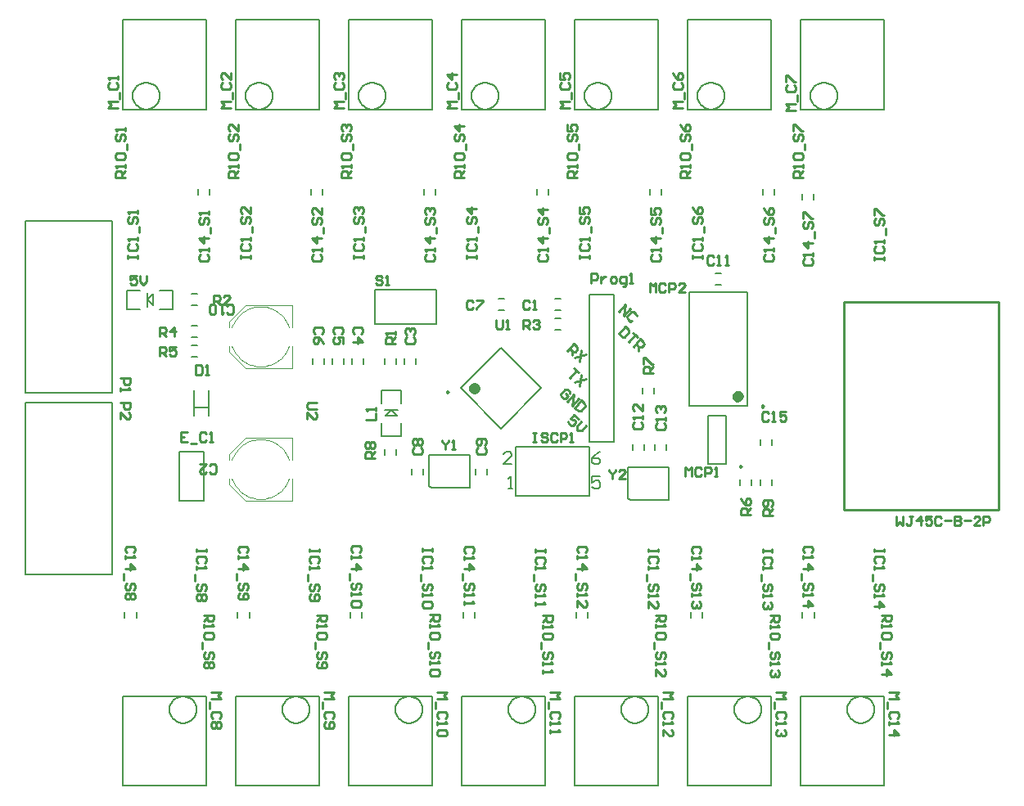
<source format=gto>
G04 Layer_Color=65535*
%FSLAX25Y25*%
%MOIN*%
G70*
G01*
G75*
%ADD26C,0.01000*%
%ADD43C,0.00787*%
%ADD44C,0.00394*%
%ADD45C,0.00400*%
%ADD46C,0.00984*%
%ADD47C,0.02362*%
%ADD48C,0.00800*%
%ADD49C,0.00600*%
D26*
X395496Y94378D02*
Y179024D01*
X332504D02*
X395496D01*
X332504Y94378D02*
Y179024D01*
Y94378D02*
X395496D01*
X41040Y196800D02*
Y198112D01*
Y197456D01*
X44976D01*
Y196800D01*
Y198112D01*
X41696Y202704D02*
X41040Y202048D01*
Y200736D01*
X41696Y200080D01*
X44320D01*
X44976Y200736D01*
Y202048D01*
X44320Y202704D01*
X44976Y204015D02*
Y205327D01*
Y204672D01*
X41040D01*
X41696Y204015D01*
X45632Y207295D02*
Y209919D01*
X41696Y213855D02*
X41040Y213199D01*
Y211887D01*
X41696Y211231D01*
X42352D01*
X43008Y211887D01*
Y213199D01*
X43664Y213855D01*
X44320D01*
X44976Y213199D01*
Y211887D01*
X44320Y211231D01*
X44976Y215167D02*
Y216479D01*
Y215823D01*
X41040D01*
X41696Y215167D01*
X87040Y196800D02*
Y198112D01*
Y197456D01*
X90976D01*
Y196800D01*
Y198112D01*
X87696Y202704D02*
X87040Y202048D01*
Y200736D01*
X87696Y200080D01*
X90320D01*
X90976Y200736D01*
Y202048D01*
X90320Y202704D01*
X90976Y204015D02*
Y205327D01*
Y204672D01*
X87040D01*
X87696Y204015D01*
X91632Y207295D02*
Y209919D01*
X87696Y213855D02*
X87040Y213199D01*
Y211887D01*
X87696Y211231D01*
X88352D01*
X89008Y211887D01*
Y213199D01*
X89664Y213855D01*
X90320D01*
X90976Y213199D01*
Y211887D01*
X90320Y211231D01*
X90976Y217791D02*
Y215167D01*
X88352Y217791D01*
X87696D01*
X87040Y217135D01*
Y215823D01*
X87696Y215167D01*
X133088Y196800D02*
Y198112D01*
Y197456D01*
X137024D01*
Y196800D01*
Y198112D01*
X133744Y202704D02*
X133088Y202048D01*
Y200736D01*
X133744Y200080D01*
X136368D01*
X137024Y200736D01*
Y202048D01*
X136368Y202704D01*
X137024Y204015D02*
Y205327D01*
Y204672D01*
X133088D01*
X133744Y204015D01*
X137680Y207295D02*
Y209919D01*
X133744Y213855D02*
X133088Y213199D01*
Y211887D01*
X133744Y211231D01*
X134400D01*
X135056Y211887D01*
Y213199D01*
X135712Y213855D01*
X136368D01*
X137024Y213199D01*
Y211887D01*
X136368Y211231D01*
X133744Y215167D02*
X133088Y215823D01*
Y217135D01*
X133744Y217791D01*
X134400D01*
X135056Y217135D01*
Y216479D01*
Y217135D01*
X135712Y217791D01*
X136368D01*
X137024Y217135D01*
Y215823D01*
X136368Y215167D01*
X179088Y196800D02*
Y198112D01*
Y197456D01*
X183024D01*
Y196800D01*
Y198112D01*
X179744Y202704D02*
X179088Y202048D01*
Y200736D01*
X179744Y200080D01*
X182368D01*
X183024Y200736D01*
Y202048D01*
X182368Y202704D01*
X183024Y204015D02*
Y205327D01*
Y204672D01*
X179088D01*
X179744Y204015D01*
X183680Y207295D02*
Y209919D01*
X179744Y213855D02*
X179088Y213199D01*
Y211887D01*
X179744Y211231D01*
X180400D01*
X181056Y211887D01*
Y213199D01*
X181712Y213855D01*
X182368D01*
X183024Y213199D01*
Y211887D01*
X182368Y211231D01*
X183024Y217135D02*
X179088D01*
X181056Y215167D01*
Y217791D01*
X225040Y196800D02*
Y198112D01*
Y197456D01*
X228976D01*
Y196800D01*
Y198112D01*
X225696Y202704D02*
X225040Y202048D01*
Y200736D01*
X225696Y200080D01*
X228320D01*
X228976Y200736D01*
Y202048D01*
X228320Y202704D01*
X228976Y204015D02*
Y205327D01*
Y204672D01*
X225040D01*
X225696Y204015D01*
X229632Y207295D02*
Y209919D01*
X225696Y213855D02*
X225040Y213199D01*
Y211887D01*
X225696Y211231D01*
X226352D01*
X227008Y211887D01*
Y213199D01*
X227664Y213855D01*
X228320D01*
X228976Y213199D01*
Y211887D01*
X228320Y211231D01*
X225040Y217791D02*
Y215167D01*
X227008D01*
X226352Y216479D01*
Y217135D01*
X227008Y217791D01*
X228320D01*
X228976Y217135D01*
Y215823D01*
X228320Y215167D01*
X271088Y196800D02*
Y198112D01*
Y197456D01*
X275024D01*
Y196800D01*
Y198112D01*
X271744Y202704D02*
X271088Y202048D01*
Y200736D01*
X271744Y200080D01*
X274368D01*
X275024Y200736D01*
Y202048D01*
X274368Y202704D01*
X275024Y204015D02*
Y205327D01*
Y204672D01*
X271088D01*
X271744Y204015D01*
X275680Y207295D02*
Y209919D01*
X271744Y213855D02*
X271088Y213199D01*
Y211887D01*
X271744Y211231D01*
X272400D01*
X273056Y211887D01*
Y213199D01*
X273712Y213855D01*
X274368D01*
X275024Y213199D01*
Y211887D01*
X274368Y211231D01*
X271088Y217791D02*
X271744Y216479D01*
X273056Y215167D01*
X274368D01*
X275024Y215823D01*
Y217135D01*
X274368Y217791D01*
X273712D01*
X273056Y217135D01*
Y215167D01*
X345064Y196000D02*
Y197312D01*
Y196656D01*
X349000D01*
Y196000D01*
Y197312D01*
X345720Y201904D02*
X345064Y201248D01*
Y199936D01*
X345720Y199280D01*
X348344D01*
X349000Y199936D01*
Y201248D01*
X348344Y201904D01*
X349000Y203216D02*
Y204527D01*
Y203871D01*
X345064D01*
X345720Y203216D01*
X349656Y206495D02*
Y209119D01*
X345720Y213055D02*
X345064Y212399D01*
Y211087D01*
X345720Y210431D01*
X346376D01*
X347032Y211087D01*
Y212399D01*
X347688Y213055D01*
X348344D01*
X349000Y212399D01*
Y211087D01*
X348344Y210431D01*
X345064Y214367D02*
Y216991D01*
X345720D01*
X348344Y214367D01*
X349000D01*
X73036Y78600D02*
Y77288D01*
Y77944D01*
X69100D01*
Y78600D01*
Y77288D01*
X72380Y72696D02*
X73036Y73352D01*
Y74664D01*
X72380Y75320D01*
X69756D01*
X69100Y74664D01*
Y73352D01*
X69756Y72696D01*
X69100Y71385D02*
Y70073D01*
Y70728D01*
X73036D01*
X72380Y71385D01*
X68444Y68105D02*
Y65481D01*
X72380Y61545D02*
X73036Y62201D01*
Y63513D01*
X72380Y64169D01*
X71724D01*
X71068Y63513D01*
Y62201D01*
X70412Y61545D01*
X69756D01*
X69100Y62201D01*
Y63513D01*
X69756Y64169D01*
X72380Y60233D02*
X73036Y59577D01*
Y58265D01*
X72380Y57609D01*
X71724D01*
X71068Y58265D01*
X70412Y57609D01*
X69756D01*
X69100Y58265D01*
Y59577D01*
X69756Y60233D01*
X70412D01*
X71068Y59577D01*
X71724Y60233D01*
X72380D01*
X71068Y59577D02*
Y58265D01*
X119036Y78600D02*
Y77288D01*
Y77944D01*
X115100D01*
Y78600D01*
Y77288D01*
X118380Y72696D02*
X119036Y73352D01*
Y74664D01*
X118380Y75320D01*
X115756D01*
X115100Y74664D01*
Y73352D01*
X115756Y72696D01*
X115100Y71385D02*
Y70073D01*
Y70728D01*
X119036D01*
X118380Y71385D01*
X114444Y68105D02*
Y65481D01*
X118380Y61545D02*
X119036Y62201D01*
Y63513D01*
X118380Y64169D01*
X117724D01*
X117068Y63513D01*
Y62201D01*
X116412Y61545D01*
X115756D01*
X115100Y62201D01*
Y63513D01*
X115756Y64169D01*
Y60233D02*
X115100Y59577D01*
Y58265D01*
X115756Y57609D01*
X118380D01*
X119036Y58265D01*
Y59577D01*
X118380Y60233D01*
X117724D01*
X117068Y59577D01*
Y57609D01*
X164936Y78700D02*
Y77388D01*
Y78044D01*
X161000D01*
Y78700D01*
Y77388D01*
X164280Y72796D02*
X164936Y73452D01*
Y74764D01*
X164280Y75420D01*
X161656D01*
X161000Y74764D01*
Y73452D01*
X161656Y72796D01*
X161000Y71485D02*
Y70173D01*
Y70828D01*
X164936D01*
X164280Y71485D01*
X160344Y68205D02*
Y65581D01*
X164280Y61645D02*
X164936Y62301D01*
Y63613D01*
X164280Y64269D01*
X163624D01*
X162968Y63613D01*
Y62301D01*
X162312Y61645D01*
X161656D01*
X161000Y62301D01*
Y63613D01*
X161656Y64269D01*
X161000Y60333D02*
Y59021D01*
Y59677D01*
X164936D01*
X164280Y60333D01*
Y57053D02*
X164936Y56397D01*
Y55086D01*
X164280Y54430D01*
X161656D01*
X161000Y55086D01*
Y56397D01*
X161656Y57053D01*
X164280D01*
X210836Y78500D02*
Y77188D01*
Y77844D01*
X206900D01*
Y78500D01*
Y77188D01*
X210180Y72596D02*
X210836Y73252D01*
Y74564D01*
X210180Y75220D01*
X207556D01*
X206900Y74564D01*
Y73252D01*
X207556Y72596D01*
X206900Y71285D02*
Y69973D01*
Y70628D01*
X210836D01*
X210180Y71285D01*
X206244Y68005D02*
Y65381D01*
X210180Y61445D02*
X210836Y62101D01*
Y63413D01*
X210180Y64069D01*
X209524D01*
X208868Y63413D01*
Y62101D01*
X208212Y61445D01*
X207556D01*
X206900Y62101D01*
Y63413D01*
X207556Y64069D01*
X206900Y60133D02*
Y58821D01*
Y59477D01*
X210836D01*
X210180Y60133D01*
X206900Y56853D02*
Y55541D01*
Y56198D01*
X210836D01*
X210180Y56853D01*
X256936Y78600D02*
Y77288D01*
Y77944D01*
X253000D01*
Y78600D01*
Y77288D01*
X256280Y72696D02*
X256936Y73352D01*
Y74664D01*
X256280Y75320D01*
X253656D01*
X253000Y74664D01*
Y73352D01*
X253656Y72696D01*
X253000Y71385D02*
Y70073D01*
Y70728D01*
X256936D01*
X256280Y71385D01*
X252344Y68105D02*
Y65481D01*
X256280Y61545D02*
X256936Y62201D01*
Y63513D01*
X256280Y64169D01*
X255624D01*
X254968Y63513D01*
Y62201D01*
X254312Y61545D01*
X253656D01*
X253000Y62201D01*
Y63513D01*
X253656Y64169D01*
X253000Y60233D02*
Y58921D01*
Y59577D01*
X256936D01*
X256280Y60233D01*
X253000Y54330D02*
Y56953D01*
X255624Y54330D01*
X256280D01*
X256936Y54986D01*
Y56297D01*
X256280Y56953D01*
X303436Y78500D02*
Y77188D01*
Y77844D01*
X299500D01*
Y78500D01*
Y77188D01*
X302780Y72596D02*
X303436Y73252D01*
Y74564D01*
X302780Y75220D01*
X300156D01*
X299500Y74564D01*
Y73252D01*
X300156Y72596D01*
X299500Y71285D02*
Y69973D01*
Y70628D01*
X303436D01*
X302780Y71285D01*
X298844Y68005D02*
Y65381D01*
X302780Y61445D02*
X303436Y62101D01*
Y63413D01*
X302780Y64069D01*
X302124D01*
X301468Y63413D01*
Y62101D01*
X300812Y61445D01*
X300156D01*
X299500Y62101D01*
Y63413D01*
X300156Y64069D01*
X299500Y60133D02*
Y58821D01*
Y59477D01*
X303436D01*
X302780Y60133D01*
Y56853D02*
X303436Y56198D01*
Y54886D01*
X302780Y54230D01*
X302124D01*
X301468Y54886D01*
Y55541D01*
Y54886D01*
X300812Y54230D01*
X300156D01*
X299500Y54886D01*
Y56198D01*
X300156Y56853D01*
X349036Y78600D02*
Y77288D01*
Y77944D01*
X345100D01*
Y78600D01*
Y77288D01*
X348380Y72696D02*
X349036Y73352D01*
Y74664D01*
X348380Y75320D01*
X345756D01*
X345100Y74664D01*
Y73352D01*
X345756Y72696D01*
X345100Y71385D02*
Y70073D01*
Y70728D01*
X349036D01*
X348380Y71385D01*
X344444Y68105D02*
Y65481D01*
X348380Y61545D02*
X349036Y62201D01*
Y63513D01*
X348380Y64169D01*
X347724D01*
X347068Y63513D01*
Y62201D01*
X346412Y61545D01*
X345756D01*
X345100Y62201D01*
Y63513D01*
X345756Y64169D01*
X345100Y60233D02*
Y58921D01*
Y59577D01*
X349036D01*
X348380Y60233D01*
X345100Y54986D02*
X349036D01*
X347068Y56953D01*
Y54330D01*
X117936Y138000D02*
X114656D01*
X114000Y137344D01*
Y136032D01*
X114656Y135376D01*
X117936D01*
X114000Y131440D02*
Y134064D01*
X116624Y131440D01*
X117280D01*
X117936Y132096D01*
Y133408D01*
X117280Y134064D01*
X44624Y189936D02*
X42000D01*
Y187968D01*
X43312Y188624D01*
X43968D01*
X44624Y187968D01*
Y186656D01*
X43968Y186000D01*
X42656D01*
X42000Y186656D01*
X45936Y189936D02*
Y187312D01*
X47248Y186000D01*
X48560Y187312D01*
Y189936D01*
X204624Y179280D02*
X203968Y179936D01*
X202656D01*
X202000Y179280D01*
Y176656D01*
X202656Y176000D01*
X203968D01*
X204624Y176656D01*
X205936Y176000D02*
X207248D01*
X206592D01*
Y179936D01*
X205936Y179280D01*
X74376Y109720D02*
X75032Y109064D01*
X76344D01*
X77000Y109720D01*
Y112344D01*
X76344Y113000D01*
X75032D01*
X74376Y112344D01*
X70440Y113000D02*
X73064D01*
X70440Y110376D01*
Y109720D01*
X71096Y109064D01*
X72408D01*
X73064Y109720D01*
X154720Y164624D02*
X154064Y163968D01*
Y162656D01*
X154720Y162000D01*
X157344D01*
X158000Y162656D01*
Y163968D01*
X157344Y164624D01*
X154720Y165936D02*
X154064Y166592D01*
Y167904D01*
X154720Y168560D01*
X155376D01*
X156032Y167904D01*
Y167248D01*
Y167904D01*
X156688Y168560D01*
X157344D01*
X158000Y167904D01*
Y166592D01*
X157344Y165936D01*
X135918Y166195D02*
X136574Y166851D01*
Y168163D01*
X135918Y168819D01*
X133294D01*
X132638Y168163D01*
Y166851D01*
X133294Y166195D01*
X132638Y162915D02*
X136574D01*
X134606Y164883D01*
Y162259D01*
X127918Y166195D02*
X128574Y166851D01*
Y168163D01*
X127918Y168819D01*
X125294D01*
X124638Y168163D01*
Y166851D01*
X125294Y166195D01*
X128574Y162259D02*
Y164883D01*
X126606D01*
X127262Y163571D01*
Y162915D01*
X126606Y162259D01*
X125294D01*
X124638Y162915D01*
Y164227D01*
X125294Y164883D01*
X119918Y166195D02*
X120574Y166851D01*
Y168163D01*
X119918Y168819D01*
X117294D01*
X116638Y168163D01*
Y166851D01*
X117294Y166195D01*
X120574Y162259D02*
X119918Y163571D01*
X118606Y164883D01*
X117294D01*
X116638Y164227D01*
Y162915D01*
X117294Y162259D01*
X117950D01*
X118606Y162915D01*
Y164883D01*
X181624Y179280D02*
X180968Y179936D01*
X179656D01*
X179000Y179280D01*
Y176656D01*
X179656Y176000D01*
X180968D01*
X181624Y176656D01*
X182936Y179936D02*
X185560D01*
Y179280D01*
X182936Y176656D01*
Y176000D01*
X157720Y119624D02*
X157064Y118968D01*
Y117656D01*
X157720Y117000D01*
X160344D01*
X161000Y117656D01*
Y118968D01*
X160344Y119624D01*
X157720Y120936D02*
X157064Y121592D01*
Y122904D01*
X157720Y123560D01*
X158376D01*
X159032Y122904D01*
X159688Y123560D01*
X160344D01*
X161000Y122904D01*
Y121592D01*
X160344Y120936D01*
X159688D01*
X159032Y121592D01*
X158376Y120936D01*
X157720D01*
X159032Y121592D02*
Y122904D01*
X183720Y119624D02*
X183064Y118968D01*
Y117656D01*
X183720Y117000D01*
X186344D01*
X187000Y117656D01*
Y118968D01*
X186344Y119624D01*
Y120936D02*
X187000Y121592D01*
Y122904D01*
X186344Y123560D01*
X183720D01*
X183064Y122904D01*
Y121592D01*
X183720Y120936D01*
X184376D01*
X185032Y121592D01*
Y123560D01*
X81376Y174720D02*
X82032Y174064D01*
X83344D01*
X84000Y174720D01*
Y177344D01*
X83344Y178000D01*
X82032D01*
X81376Y177344D01*
X80064Y178000D02*
X78752D01*
X79408D01*
Y174064D01*
X80064Y174720D01*
X76784D02*
X76129Y174064D01*
X74817D01*
X74161Y174720D01*
Y177344D01*
X74817Y178000D01*
X76129D01*
X76784Y177344D01*
Y174720D01*
X279587Y197557D02*
X278931Y198213D01*
X277619D01*
X276963Y197557D01*
Y194933D01*
X277619Y194277D01*
X278931D01*
X279587Y194933D01*
X280899Y194277D02*
X282211D01*
X281555D01*
Y198213D01*
X280899Y197557D01*
X284178Y194277D02*
X285490D01*
X284835D01*
Y198213D01*
X284178Y197557D01*
X247220Y130124D02*
X246564Y129468D01*
Y128156D01*
X247220Y127500D01*
X249844D01*
X250500Y128156D01*
Y129468D01*
X249844Y130124D01*
X250500Y131436D02*
Y132748D01*
Y132092D01*
X246564D01*
X247220Y131436D01*
X250500Y137339D02*
Y134715D01*
X247876Y137339D01*
X247220D01*
X246564Y136683D01*
Y135371D01*
X247220Y134715D01*
X256720Y129624D02*
X256064Y128968D01*
Y127656D01*
X256720Y127000D01*
X259344D01*
X260000Y127656D01*
Y128968D01*
X259344Y129624D01*
X260000Y130936D02*
Y132248D01*
Y131592D01*
X256064D01*
X256720Y130936D01*
Y134215D02*
X256064Y134871D01*
Y136183D01*
X256720Y136839D01*
X257376D01*
X258032Y136183D01*
Y135527D01*
Y136183D01*
X258688Y136839D01*
X259344D01*
X260000Y136183D01*
Y134871D01*
X259344Y134215D01*
X70696Y198424D02*
X70040Y197768D01*
Y196456D01*
X70696Y195800D01*
X73320D01*
X73976Y196456D01*
Y197768D01*
X73320Y198424D01*
X73976Y199736D02*
Y201048D01*
Y200392D01*
X70040D01*
X70696Y199736D01*
X73976Y204983D02*
X70040D01*
X72008Y203015D01*
Y205639D01*
X74632Y206951D02*
Y209575D01*
X70696Y213511D02*
X70040Y212855D01*
Y211543D01*
X70696Y210887D01*
X71352D01*
X72008Y211543D01*
Y212855D01*
X72664Y213511D01*
X73320D01*
X73976Y212855D01*
Y211543D01*
X73320Y210887D01*
X73976Y214823D02*
Y216135D01*
Y215479D01*
X70040D01*
X70696Y214823D01*
X116696Y198424D02*
X116040Y197768D01*
Y196456D01*
X116696Y195800D01*
X119320D01*
X119976Y196456D01*
Y197768D01*
X119320Y198424D01*
X119976Y199736D02*
Y201048D01*
Y200392D01*
X116040D01*
X116696Y199736D01*
X119976Y204983D02*
X116040D01*
X118008Y203015D01*
Y205639D01*
X120632Y206951D02*
Y209575D01*
X116696Y213511D02*
X116040Y212855D01*
Y211543D01*
X116696Y210887D01*
X117352D01*
X118008Y211543D01*
Y212855D01*
X118664Y213511D01*
X119320D01*
X119976Y212855D01*
Y211543D01*
X119320Y210887D01*
X119976Y217447D02*
Y214823D01*
X117352Y217447D01*
X116696D01*
X116040Y216791D01*
Y215479D01*
X116696Y214823D01*
X162744Y198424D02*
X162088Y197768D01*
Y196456D01*
X162744Y195800D01*
X165368D01*
X166024Y196456D01*
Y197768D01*
X165368Y198424D01*
X166024Y199736D02*
Y201048D01*
Y200392D01*
X162088D01*
X162744Y199736D01*
X166024Y204983D02*
X162088D01*
X164056Y203015D01*
Y205639D01*
X166680Y206951D02*
Y209575D01*
X162744Y213511D02*
X162088Y212855D01*
Y211543D01*
X162744Y210887D01*
X163400D01*
X164056Y211543D01*
Y212855D01*
X164712Y213511D01*
X165368D01*
X166024Y212855D01*
Y211543D01*
X165368Y210887D01*
X162744Y214823D02*
X162088Y215479D01*
Y216791D01*
X162744Y217447D01*
X163400D01*
X164056Y216791D01*
Y216135D01*
Y216791D01*
X164712Y217447D01*
X165368D01*
X166024Y216791D01*
Y215479D01*
X165368Y214823D01*
X208744Y198424D02*
X208088Y197768D01*
Y196456D01*
X208744Y195800D01*
X211368D01*
X212024Y196456D01*
Y197768D01*
X211368Y198424D01*
X212024Y199736D02*
Y201048D01*
Y200392D01*
X208088D01*
X208744Y199736D01*
X212024Y204983D02*
X208088D01*
X210056Y203015D01*
Y205639D01*
X212680Y206951D02*
Y209575D01*
X208744Y213511D02*
X208088Y212855D01*
Y211543D01*
X208744Y210887D01*
X209400D01*
X210056Y211543D01*
Y212855D01*
X210712Y213511D01*
X211368D01*
X212024Y212855D01*
Y211543D01*
X211368Y210887D01*
X212024Y216791D02*
X208088D01*
X210056Y214823D01*
Y217447D01*
X254696Y198424D02*
X254040Y197768D01*
Y196456D01*
X254696Y195800D01*
X257320D01*
X257976Y196456D01*
Y197768D01*
X257320Y198424D01*
X257976Y199736D02*
Y201048D01*
Y200392D01*
X254040D01*
X254696Y199736D01*
X257976Y204983D02*
X254040D01*
X256008Y203015D01*
Y205639D01*
X258632Y206951D02*
Y209575D01*
X254696Y213511D02*
X254040Y212855D01*
Y211543D01*
X254696Y210887D01*
X255352D01*
X256008Y211543D01*
Y212855D01*
X256664Y213511D01*
X257320D01*
X257976Y212855D01*
Y211543D01*
X257320Y210887D01*
X254040Y217447D02*
Y214823D01*
X256008D01*
X255352Y216135D01*
Y216791D01*
X256008Y217447D01*
X257320D01*
X257976Y216791D01*
Y215479D01*
X257320Y214823D01*
X300744Y198424D02*
X300088Y197768D01*
Y196456D01*
X300744Y195800D01*
X303368D01*
X304024Y196456D01*
Y197768D01*
X303368Y198424D01*
X304024Y199736D02*
Y201048D01*
Y200392D01*
X300088D01*
X300744Y199736D01*
X304024Y204983D02*
X300088D01*
X302056Y203015D01*
Y205639D01*
X304680Y206951D02*
Y209575D01*
X300744Y213511D02*
X300088Y212855D01*
Y211543D01*
X300744Y210887D01*
X301400D01*
X302056Y211543D01*
Y212855D01*
X302712Y213511D01*
X303368D01*
X304024Y212855D01*
Y211543D01*
X303368Y210887D01*
X300088Y217447D02*
X300744Y216135D01*
X302056Y214823D01*
X303368D01*
X304024Y215479D01*
Y216791D01*
X303368Y217447D01*
X302712D01*
X302056Y216791D01*
Y214823D01*
X316720Y196624D02*
X316064Y195968D01*
Y194656D01*
X316720Y194000D01*
X319344D01*
X320000Y194656D01*
Y195968D01*
X319344Y196624D01*
X320000Y197936D02*
Y199248D01*
Y198592D01*
X316064D01*
X316720Y197936D01*
X320000Y203183D02*
X316064D01*
X318032Y201216D01*
Y203839D01*
X320656Y205151D02*
Y207775D01*
X316720Y211711D02*
X316064Y211055D01*
Y209743D01*
X316720Y209087D01*
X317376D01*
X318032Y209743D01*
Y211055D01*
X318688Y211711D01*
X319344D01*
X320000Y211055D01*
Y209743D01*
X319344Y209087D01*
X316064Y213023D02*
Y215647D01*
X316720D01*
X319344Y213023D01*
X320000D01*
X43380Y76976D02*
X44036Y77632D01*
Y78944D01*
X43380Y79600D01*
X40756D01*
X40100Y78944D01*
Y77632D01*
X40756Y76976D01*
X40100Y75664D02*
Y74352D01*
Y75008D01*
X44036D01*
X43380Y75664D01*
X40100Y70417D02*
X44036D01*
X42068Y72385D01*
Y69761D01*
X39444Y68449D02*
Y65825D01*
X43380Y61889D02*
X44036Y62545D01*
Y63857D01*
X43380Y64513D01*
X42724D01*
X42068Y63857D01*
Y62545D01*
X41412Y61889D01*
X40756D01*
X40100Y62545D01*
Y63857D01*
X40756Y64513D01*
X43380Y60577D02*
X44036Y59921D01*
Y58609D01*
X43380Y57953D01*
X42724D01*
X42068Y58609D01*
X41412Y57953D01*
X40756D01*
X40100Y58609D01*
Y59921D01*
X40756Y60577D01*
X41412D01*
X42068Y59921D01*
X42724Y60577D01*
X43380D01*
X42068Y59921D02*
Y58609D01*
X89380Y76976D02*
X90036Y77632D01*
Y78944D01*
X89380Y79600D01*
X86756D01*
X86100Y78944D01*
Y77632D01*
X86756Y76976D01*
X86100Y75664D02*
Y74352D01*
Y75008D01*
X90036D01*
X89380Y75664D01*
X86100Y70417D02*
X90036D01*
X88068Y72385D01*
Y69761D01*
X85444Y68449D02*
Y65825D01*
X89380Y61889D02*
X90036Y62545D01*
Y63857D01*
X89380Y64513D01*
X88724D01*
X88068Y63857D01*
Y62545D01*
X87412Y61889D01*
X86756D01*
X86100Y62545D01*
Y63857D01*
X86756Y64513D01*
Y60577D02*
X86100Y59921D01*
Y58609D01*
X86756Y57953D01*
X89380D01*
X90036Y58609D01*
Y59921D01*
X89380Y60577D01*
X88724D01*
X88068Y59921D01*
Y57953D01*
X135280Y77076D02*
X135936Y77732D01*
Y79044D01*
X135280Y79700D01*
X132656D01*
X132000Y79044D01*
Y77732D01*
X132656Y77076D01*
X132000Y75764D02*
Y74452D01*
Y75108D01*
X135936D01*
X135280Y75764D01*
X132000Y70517D02*
X135936D01*
X133968Y72484D01*
Y69861D01*
X131344Y68549D02*
Y65925D01*
X135280Y61989D02*
X135936Y62645D01*
Y63957D01*
X135280Y64613D01*
X134624D01*
X133968Y63957D01*
Y62645D01*
X133312Y61989D01*
X132656D01*
X132000Y62645D01*
Y63957D01*
X132656Y64613D01*
X132000Y60677D02*
Y59365D01*
Y60021D01*
X135936D01*
X135280Y60677D01*
Y57398D02*
X135936Y56741D01*
Y55430D01*
X135280Y54774D01*
X132656D01*
X132000Y55430D01*
Y56741D01*
X132656Y57398D01*
X135280D01*
X181180Y76876D02*
X181836Y77532D01*
Y78844D01*
X181180Y79500D01*
X178556D01*
X177900Y78844D01*
Y77532D01*
X178556Y76876D01*
X177900Y75564D02*
Y74252D01*
Y74908D01*
X181836D01*
X181180Y75564D01*
X177900Y70317D02*
X181836D01*
X179868Y72285D01*
Y69661D01*
X177244Y68349D02*
Y65725D01*
X181180Y61789D02*
X181836Y62445D01*
Y63757D01*
X181180Y64413D01*
X180524D01*
X179868Y63757D01*
Y62445D01*
X179212Y61789D01*
X178556D01*
X177900Y62445D01*
Y63757D01*
X178556Y64413D01*
X177900Y60477D02*
Y59165D01*
Y59821D01*
X181836D01*
X181180Y60477D01*
X177900Y57197D02*
Y55886D01*
Y56542D01*
X181836D01*
X181180Y57197D01*
X227280Y76976D02*
X227936Y77632D01*
Y78944D01*
X227280Y79600D01*
X224656D01*
X224000Y78944D01*
Y77632D01*
X224656Y76976D01*
X224000Y75664D02*
Y74352D01*
Y75008D01*
X227936D01*
X227280Y75664D01*
X224000Y70417D02*
X227936D01*
X225968Y72385D01*
Y69761D01*
X223344Y68449D02*
Y65825D01*
X227280Y61889D02*
X227936Y62545D01*
Y63857D01*
X227280Y64513D01*
X226624D01*
X225968Y63857D01*
Y62545D01*
X225312Y61889D01*
X224656D01*
X224000Y62545D01*
Y63857D01*
X224656Y64513D01*
X224000Y60577D02*
Y59265D01*
Y59921D01*
X227936D01*
X227280Y60577D01*
X224000Y54674D02*
Y57297D01*
X226624Y54674D01*
X227280D01*
X227936Y55330D01*
Y56642D01*
X227280Y57297D01*
X273780Y76876D02*
X274436Y77532D01*
Y78844D01*
X273780Y79500D01*
X271156D01*
X270500Y78844D01*
Y77532D01*
X271156Y76876D01*
X270500Y75564D02*
Y74252D01*
Y74908D01*
X274436D01*
X273780Y75564D01*
X270500Y70317D02*
X274436D01*
X272468Y72285D01*
Y69661D01*
X269844Y68349D02*
Y65725D01*
X273780Y61789D02*
X274436Y62445D01*
Y63757D01*
X273780Y64413D01*
X273124D01*
X272468Y63757D01*
Y62445D01*
X271812Y61789D01*
X271156D01*
X270500Y62445D01*
Y63757D01*
X271156Y64413D01*
X270500Y60477D02*
Y59165D01*
Y59821D01*
X274436D01*
X273780Y60477D01*
Y57197D02*
X274436Y56542D01*
Y55230D01*
X273780Y54574D01*
X273124D01*
X272468Y55230D01*
Y55886D01*
Y55230D01*
X271812Y54574D01*
X271156D01*
X270500Y55230D01*
Y56542D01*
X271156Y57197D01*
X319380Y76976D02*
X320036Y77632D01*
Y78944D01*
X319380Y79600D01*
X316756D01*
X316100Y78944D01*
Y77632D01*
X316756Y76976D01*
X316100Y75664D02*
Y74352D01*
Y75008D01*
X320036D01*
X319380Y75664D01*
X316100Y70417D02*
X320036D01*
X318068Y72385D01*
Y69761D01*
X315444Y68449D02*
Y65825D01*
X319380Y61889D02*
X320036Y62545D01*
Y63857D01*
X319380Y64513D01*
X318724D01*
X318068Y63857D01*
Y62545D01*
X317412Y61889D01*
X316756D01*
X316100Y62545D01*
Y63857D01*
X316756Y64513D01*
X316100Y60577D02*
Y59265D01*
Y59921D01*
X320036D01*
X319380Y60577D01*
X316100Y55330D02*
X320036D01*
X318068Y57297D01*
Y54674D01*
X206000Y125936D02*
X207312D01*
X206656D01*
Y122000D01*
X206000D01*
X207312D01*
X211904Y125280D02*
X211248Y125936D01*
X209936D01*
X209280Y125280D01*
Y124624D01*
X209936Y123968D01*
X211248D01*
X211904Y123312D01*
Y122656D01*
X211248Y122000D01*
X209936D01*
X209280Y122656D01*
X215839Y125280D02*
X215183Y125936D01*
X213872D01*
X213215Y125280D01*
Y122656D01*
X213872Y122000D01*
X215183D01*
X215839Y122656D01*
X217151Y122000D02*
Y125936D01*
X219119D01*
X219775Y125280D01*
Y123968D01*
X219119Y123312D01*
X217151D01*
X221087Y122000D02*
X222399D01*
X221743D01*
Y125936D01*
X221087Y125280D01*
X138064Y131000D02*
X142000D01*
Y133624D01*
Y134936D02*
Y136248D01*
Y135592D01*
X138064D01*
X138720Y134936D01*
X37000Y258000D02*
X33064D01*
X34376Y259312D01*
X33064Y260624D01*
X37000D01*
X37656Y261936D02*
Y264560D01*
X33720Y268495D02*
X33064Y267839D01*
Y266527D01*
X33720Y265872D01*
X36344D01*
X37000Y266527D01*
Y267839D01*
X36344Y268495D01*
X37000Y269807D02*
Y271119D01*
Y270463D01*
X33064D01*
X33720Y269807D01*
X83000Y258000D02*
X79064D01*
X80376Y259312D01*
X79064Y260624D01*
X83000D01*
X83656Y261936D02*
Y264560D01*
X79720Y268495D02*
X79064Y267839D01*
Y266527D01*
X79720Y265872D01*
X82344D01*
X83000Y266527D01*
Y267839D01*
X82344Y268495D01*
X83000Y272431D02*
Y269807D01*
X80376Y272431D01*
X79720D01*
X79064Y271775D01*
Y270463D01*
X79720Y269807D01*
X129000Y258000D02*
X125064D01*
X126376Y259312D01*
X125064Y260624D01*
X129000D01*
X129656Y261936D02*
Y264560D01*
X125720Y268495D02*
X125064Y267839D01*
Y266527D01*
X125720Y265872D01*
X128344D01*
X129000Y266527D01*
Y267839D01*
X128344Y268495D01*
X125720Y269807D02*
X125064Y270463D01*
Y271775D01*
X125720Y272431D01*
X126376D01*
X127032Y271775D01*
Y271119D01*
Y271775D01*
X127688Y272431D01*
X128344D01*
X129000Y271775D01*
Y270463D01*
X128344Y269807D01*
X175000Y258000D02*
X171064D01*
X172376Y259312D01*
X171064Y260624D01*
X175000D01*
X175656Y261936D02*
Y264560D01*
X171720Y268495D02*
X171064Y267839D01*
Y266527D01*
X171720Y265872D01*
X174344D01*
X175000Y266527D01*
Y267839D01*
X174344Y268495D01*
X175000Y271775D02*
X171064D01*
X173032Y269807D01*
Y272431D01*
X221000Y258000D02*
X217064D01*
X218376Y259312D01*
X217064Y260624D01*
X221000D01*
X221656Y261936D02*
Y264560D01*
X217720Y268495D02*
X217064Y267839D01*
Y266527D01*
X217720Y265872D01*
X220344D01*
X221000Y266527D01*
Y267839D01*
X220344Y268495D01*
X217064Y272431D02*
Y269807D01*
X219032D01*
X218376Y271119D01*
Y271775D01*
X219032Y272431D01*
X220344D01*
X221000Y271775D01*
Y270463D01*
X220344Y269807D01*
X267000Y258000D02*
X263064D01*
X264376Y259312D01*
X263064Y260624D01*
X267000D01*
X267656Y261936D02*
Y264560D01*
X263720Y268495D02*
X263064Y267839D01*
Y266527D01*
X263720Y265872D01*
X266344D01*
X267000Y266527D01*
Y267839D01*
X266344Y268495D01*
X263064Y272431D02*
X263720Y271119D01*
X265032Y269807D01*
X266344D01*
X267000Y270463D01*
Y271775D01*
X266344Y272431D01*
X265688D01*
X265032Y271775D01*
Y269807D01*
X313000Y257000D02*
X309064D01*
X310376Y258312D01*
X309064Y259624D01*
X313000D01*
X313656Y260936D02*
Y263560D01*
X309720Y267495D02*
X309064Y266839D01*
Y265527D01*
X309720Y264872D01*
X312344D01*
X313000Y265527D01*
Y266839D01*
X312344Y267495D01*
X309064Y268807D02*
Y271431D01*
X309720D01*
X312344Y268807D01*
X313000D01*
X75000Y20000D02*
X78936D01*
X77624Y18688D01*
X78936Y17376D01*
X75000D01*
X74344Y16064D02*
Y13440D01*
X78280Y9505D02*
X78936Y10161D01*
Y11473D01*
X78280Y12128D01*
X75656D01*
X75000Y11473D01*
Y10161D01*
X75656Y9505D01*
X78280Y8193D02*
X78936Y7537D01*
Y6225D01*
X78280Y5569D01*
X77624D01*
X76968Y6225D01*
X76312Y5569D01*
X75656D01*
X75000Y6225D01*
Y7537D01*
X75656Y8193D01*
X76312D01*
X76968Y7537D01*
X77624Y8193D01*
X78280D01*
X76968Y7537D02*
Y6225D01*
X121000Y20000D02*
X124936D01*
X123624Y18688D01*
X124936Y17376D01*
X121000D01*
X120344Y16064D02*
Y13440D01*
X124280Y9505D02*
X124936Y10161D01*
Y11473D01*
X124280Y12128D01*
X121656D01*
X121000Y11473D01*
Y10161D01*
X121656Y9505D01*
Y8193D02*
X121000Y7537D01*
Y6225D01*
X121656Y5569D01*
X124280D01*
X124936Y6225D01*
Y7537D01*
X124280Y8193D01*
X123624D01*
X122968Y7537D01*
Y5569D01*
X167000Y20000D02*
X170936D01*
X169624Y18688D01*
X170936Y17376D01*
X167000D01*
X166344Y16064D02*
Y13440D01*
X170280Y9505D02*
X170936Y10161D01*
Y11473D01*
X170280Y12128D01*
X167656D01*
X167000Y11473D01*
Y10161D01*
X167656Y9505D01*
X167000Y8193D02*
Y6881D01*
Y7537D01*
X170936D01*
X170280Y8193D01*
Y4913D02*
X170936Y4257D01*
Y2945D01*
X170280Y2289D01*
X167656D01*
X167000Y2945D01*
Y4257D01*
X167656Y4913D01*
X170280D01*
X213000Y20000D02*
X216936D01*
X215624Y18688D01*
X216936Y17376D01*
X213000D01*
X212344Y16064D02*
Y13440D01*
X216280Y9505D02*
X216936Y10161D01*
Y11473D01*
X216280Y12128D01*
X213656D01*
X213000Y11473D01*
Y10161D01*
X213656Y9505D01*
X213000Y8193D02*
Y6881D01*
Y7537D01*
X216936D01*
X216280Y8193D01*
X213000Y4913D02*
Y3601D01*
Y4257D01*
X216936D01*
X216280Y4913D01*
X259000Y20000D02*
X262936D01*
X261624Y18688D01*
X262936Y17376D01*
X259000D01*
X258344Y16064D02*
Y13440D01*
X262280Y9505D02*
X262936Y10161D01*
Y11473D01*
X262280Y12128D01*
X259656D01*
X259000Y11473D01*
Y10161D01*
X259656Y9505D01*
X259000Y8193D02*
Y6881D01*
Y7537D01*
X262936D01*
X262280Y8193D01*
X259000Y2289D02*
Y4913D01*
X261624Y2289D01*
X262280D01*
X262936Y2945D01*
Y4257D01*
X262280Y4913D01*
X305000Y20000D02*
X308936D01*
X307624Y18688D01*
X308936Y17376D01*
X305000D01*
X304344Y16064D02*
Y13440D01*
X308280Y9505D02*
X308936Y10161D01*
Y11473D01*
X308280Y12128D01*
X305656D01*
X305000Y11473D01*
Y10161D01*
X305656Y9505D01*
X305000Y8193D02*
Y6881D01*
Y7537D01*
X308936D01*
X308280Y8193D01*
Y4913D02*
X308936Y4257D01*
Y2945D01*
X308280Y2289D01*
X307624D01*
X306968Y2945D01*
Y3601D01*
Y2945D01*
X306312Y2289D01*
X305656D01*
X305000Y2945D01*
Y4257D01*
X305656Y4913D01*
X351000Y20000D02*
X354936D01*
X353624Y18688D01*
X354936Y17376D01*
X351000D01*
X350344Y16064D02*
Y13440D01*
X354280Y9505D02*
X354936Y10161D01*
Y11473D01*
X354280Y12128D01*
X351656D01*
X351000Y11473D01*
Y10161D01*
X351656Y9505D01*
X351000Y8193D02*
Y6881D01*
Y7537D01*
X354936D01*
X354280Y8193D01*
X351000Y2945D02*
X354936D01*
X352968Y4913D01*
Y2289D01*
X268000Y108000D02*
Y111936D01*
X269312Y110624D01*
X270624Y111936D01*
Y108000D01*
X274560Y111280D02*
X273904Y111936D01*
X272592D01*
X271936Y111280D01*
Y108656D01*
X272592Y108000D01*
X273904D01*
X274560Y108656D01*
X275871Y108000D02*
Y111936D01*
X277839D01*
X278495Y111280D01*
Y109968D01*
X277839Y109312D01*
X275871D01*
X279807Y108000D02*
X281119D01*
X280463D01*
Y111936D01*
X279807Y111280D01*
X253500Y183000D02*
Y186936D01*
X254812Y185624D01*
X256124Y186936D01*
Y183000D01*
X260060Y186280D02*
X259404Y186936D01*
X258092D01*
X257436Y186280D01*
Y183656D01*
X258092Y183000D01*
X259404D01*
X260060Y183656D01*
X261371Y183000D02*
Y186936D01*
X263339D01*
X263995Y186280D01*
Y184968D01*
X263339Y184312D01*
X261371D01*
X267931Y183000D02*
X265307D01*
X267931Y185624D01*
Y186280D01*
X267275Y186936D01*
X265963D01*
X265307Y186280D01*
X38000Y148000D02*
X41936D01*
Y146032D01*
X41280Y145376D01*
X39968D01*
X39312Y146032D01*
Y148000D01*
X38000Y144064D02*
Y142752D01*
Y143408D01*
X41936D01*
X41280Y144064D01*
X38000Y138000D02*
X41936D01*
Y136032D01*
X41280Y135376D01*
X39968D01*
X39312Y136032D01*
Y138000D01*
X38000Y131440D02*
Y134064D01*
X40624Y131440D01*
X41280D01*
X41936Y132096D01*
Y133408D01*
X41280Y134064D01*
X229600Y186700D02*
Y190636D01*
X231568D01*
X232224Y189980D01*
Y188668D01*
X231568Y188012D01*
X229600D01*
X233536Y189324D02*
Y186700D01*
Y188012D01*
X234192Y188668D01*
X234848Y189324D01*
X235504D01*
X238127Y186700D02*
X239439D01*
X240095Y187356D01*
Y188668D01*
X239439Y189324D01*
X238127D01*
X237472Y188668D01*
Y187356D01*
X238127Y186700D01*
X242719Y185388D02*
X243375D01*
X244031Y186044D01*
Y189324D01*
X242063D01*
X241407Y188668D01*
Y187356D01*
X242063Y186700D01*
X244031D01*
X245343D02*
X246655D01*
X245999D01*
Y190636D01*
X245343Y189980D01*
X150000Y162000D02*
X146064D01*
Y163968D01*
X146720Y164624D01*
X148032D01*
X148688Y163968D01*
Y162000D01*
Y163312D02*
X150000Y164624D01*
Y165936D02*
Y167248D01*
Y166592D01*
X146064D01*
X146720Y165936D01*
X76000Y178000D02*
Y181936D01*
X77968D01*
X78624Y181280D01*
Y179968D01*
X77968Y179312D01*
X76000D01*
X77312D02*
X78624Y178000D01*
X82560D02*
X79936D01*
X82560Y180624D01*
Y181280D01*
X81904Y181936D01*
X80592D01*
X79936Y181280D01*
X202000Y168000D02*
Y171936D01*
X203968D01*
X204624Y171280D01*
Y169968D01*
X203968Y169312D01*
X202000D01*
X203312D02*
X204624Y168000D01*
X205936Y171280D02*
X206592Y171936D01*
X207904D01*
X208560Y171280D01*
Y170624D01*
X207904Y169968D01*
X207248D01*
X207904D01*
X208560Y169312D01*
Y168656D01*
X207904Y168000D01*
X206592D01*
X205936Y168656D01*
X54000Y165000D02*
Y168936D01*
X55968D01*
X56624Y168280D01*
Y166968D01*
X55968Y166312D01*
X54000D01*
X55312D02*
X56624Y165000D01*
X59904D02*
Y168936D01*
X57936Y166968D01*
X60560D01*
X54000Y157000D02*
Y160936D01*
X55968D01*
X56624Y160280D01*
Y158968D01*
X55968Y158312D01*
X54000D01*
X55312D02*
X56624Y157000D01*
X60560Y160936D02*
X57936D01*
Y158968D01*
X59248Y159624D01*
X59904D01*
X60560Y158968D01*
Y157656D01*
X59904Y157000D01*
X58592D01*
X57936Y157656D01*
X294500Y92500D02*
X290564D01*
Y94468D01*
X291220Y95124D01*
X292532D01*
X293188Y94468D01*
Y92500D01*
Y93812D02*
X294500Y95124D01*
X290564Y99060D02*
X291220Y97748D01*
X292532Y96436D01*
X293844D01*
X294500Y97092D01*
Y98404D01*
X293844Y99060D01*
X293188D01*
X292532Y98404D01*
Y96436D01*
X255000Y150000D02*
X251064D01*
Y151968D01*
X251720Y152624D01*
X253032D01*
X253688Y151968D01*
Y150000D01*
Y151312D02*
X255000Y152624D01*
X251064Y153936D02*
Y156560D01*
X251720D01*
X254344Y153936D01*
X255000D01*
X141656Y115581D02*
X137720D01*
Y117549D01*
X138376Y118205D01*
X139688D01*
X140344Y117549D01*
Y115581D01*
Y116893D02*
X141656Y118205D01*
X138376Y119517D02*
X137720Y120173D01*
Y121485D01*
X138376Y122141D01*
X139032D01*
X139688Y121485D01*
X140344Y122141D01*
X141000D01*
X141656Y121485D01*
Y120173D01*
X141000Y119517D01*
X140344D01*
X139688Y120173D01*
X139032Y119517D01*
X138376D01*
X139688Y120173D02*
Y121485D01*
X303500Y92000D02*
X299564D01*
Y93968D01*
X300220Y94624D01*
X301532D01*
X302188Y93968D01*
Y92000D01*
Y93312D02*
X303500Y94624D01*
X302844Y95936D02*
X303500Y96592D01*
Y97904D01*
X302844Y98560D01*
X300220D01*
X299564Y97904D01*
Y96592D01*
X300220Y95936D01*
X300876D01*
X301532Y96592D01*
Y98560D01*
X39976Y229800D02*
X36040D01*
Y231768D01*
X36696Y232424D01*
X38008D01*
X38664Y231768D01*
Y229800D01*
Y231112D02*
X39976Y232424D01*
Y233736D02*
Y235048D01*
Y234392D01*
X36040D01*
X36696Y233736D01*
Y237016D02*
X36040Y237671D01*
Y238983D01*
X36696Y239639D01*
X39320D01*
X39976Y238983D01*
Y237671D01*
X39320Y237016D01*
X36696D01*
X40632Y240951D02*
Y243575D01*
X36696Y247511D02*
X36040Y246855D01*
Y245543D01*
X36696Y244887D01*
X37352D01*
X38008Y245543D01*
Y246855D01*
X38664Y247511D01*
X39320D01*
X39976Y246855D01*
Y245543D01*
X39320Y244887D01*
X39976Y248823D02*
Y250135D01*
Y249479D01*
X36040D01*
X36696Y248823D01*
X85976Y229800D02*
X82040D01*
Y231768D01*
X82696Y232424D01*
X84008D01*
X84664Y231768D01*
Y229800D01*
Y231112D02*
X85976Y232424D01*
Y233736D02*
Y235048D01*
Y234392D01*
X82040D01*
X82696Y233736D01*
Y237016D02*
X82040Y237671D01*
Y238983D01*
X82696Y239639D01*
X85320D01*
X85976Y238983D01*
Y237671D01*
X85320Y237016D01*
X82696D01*
X86632Y240951D02*
Y243575D01*
X82696Y247511D02*
X82040Y246855D01*
Y245543D01*
X82696Y244887D01*
X83352D01*
X84008Y245543D01*
Y246855D01*
X84664Y247511D01*
X85320D01*
X85976Y246855D01*
Y245543D01*
X85320Y244887D01*
X85976Y251447D02*
Y248823D01*
X83352Y251447D01*
X82696D01*
X82040Y250791D01*
Y249479D01*
X82696Y248823D01*
X132024Y229800D02*
X128088D01*
Y231768D01*
X128744Y232424D01*
X130056D01*
X130712Y231768D01*
Y229800D01*
Y231112D02*
X132024Y232424D01*
Y233736D02*
Y235048D01*
Y234392D01*
X128088D01*
X128744Y233736D01*
Y237016D02*
X128088Y237671D01*
Y238983D01*
X128744Y239639D01*
X131368D01*
X132024Y238983D01*
Y237671D01*
X131368Y237016D01*
X128744D01*
X132680Y240951D02*
Y243575D01*
X128744Y247511D02*
X128088Y246855D01*
Y245543D01*
X128744Y244887D01*
X129400D01*
X130056Y245543D01*
Y246855D01*
X130712Y247511D01*
X131368D01*
X132024Y246855D01*
Y245543D01*
X131368Y244887D01*
X128744Y248823D02*
X128088Y249479D01*
Y250791D01*
X128744Y251447D01*
X129400D01*
X130056Y250791D01*
Y250135D01*
Y250791D01*
X130712Y251447D01*
X131368D01*
X132024Y250791D01*
Y249479D01*
X131368Y248823D01*
X178024Y229800D02*
X174088D01*
Y231768D01*
X174744Y232424D01*
X176056D01*
X176712Y231768D01*
Y229800D01*
Y231112D02*
X178024Y232424D01*
Y233736D02*
Y235048D01*
Y234392D01*
X174088D01*
X174744Y233736D01*
Y237016D02*
X174088Y237671D01*
Y238983D01*
X174744Y239639D01*
X177368D01*
X178024Y238983D01*
Y237671D01*
X177368Y237016D01*
X174744D01*
X178680Y240951D02*
Y243575D01*
X174744Y247511D02*
X174088Y246855D01*
Y245543D01*
X174744Y244887D01*
X175400D01*
X176056Y245543D01*
Y246855D01*
X176712Y247511D01*
X177368D01*
X178024Y246855D01*
Y245543D01*
X177368Y244887D01*
X178024Y250791D02*
X174088D01*
X176056Y248823D01*
Y251447D01*
X223976Y229800D02*
X220040D01*
Y231768D01*
X220696Y232424D01*
X222008D01*
X222664Y231768D01*
Y229800D01*
Y231112D02*
X223976Y232424D01*
Y233736D02*
Y235048D01*
Y234392D01*
X220040D01*
X220696Y233736D01*
Y237016D02*
X220040Y237671D01*
Y238983D01*
X220696Y239639D01*
X223320D01*
X223976Y238983D01*
Y237671D01*
X223320Y237016D01*
X220696D01*
X224632Y240951D02*
Y243575D01*
X220696Y247511D02*
X220040Y246855D01*
Y245543D01*
X220696Y244887D01*
X221352D01*
X222008Y245543D01*
Y246855D01*
X222664Y247511D01*
X223320D01*
X223976Y246855D01*
Y245543D01*
X223320Y244887D01*
X220040Y251447D02*
Y248823D01*
X222008D01*
X221352Y250135D01*
Y250791D01*
X222008Y251447D01*
X223320D01*
X223976Y250791D01*
Y249479D01*
X223320Y248823D01*
X270024Y229800D02*
X266088D01*
Y231768D01*
X266744Y232424D01*
X268056D01*
X268712Y231768D01*
Y229800D01*
Y231112D02*
X270024Y232424D01*
Y233736D02*
Y235048D01*
Y234392D01*
X266088D01*
X266744Y233736D01*
Y237016D02*
X266088Y237671D01*
Y238983D01*
X266744Y239639D01*
X269368D01*
X270024Y238983D01*
Y237671D01*
X269368Y237016D01*
X266744D01*
X270680Y240951D02*
Y243575D01*
X266744Y247511D02*
X266088Y246855D01*
Y245543D01*
X266744Y244887D01*
X267400D01*
X268056Y245543D01*
Y246855D01*
X268712Y247511D01*
X269368D01*
X270024Y246855D01*
Y245543D01*
X269368Y244887D01*
X266088Y251447D02*
X266744Y250135D01*
X268056Y248823D01*
X269368D01*
X270024Y249479D01*
Y250791D01*
X269368Y251447D01*
X268712D01*
X268056Y250791D01*
Y248823D01*
X316024Y229800D02*
X312088D01*
Y231768D01*
X312744Y232424D01*
X314056D01*
X314712Y231768D01*
Y229800D01*
Y231112D02*
X316024Y232424D01*
Y233736D02*
Y235048D01*
Y234392D01*
X312088D01*
X312744Y233736D01*
Y237016D02*
X312088Y237671D01*
Y238983D01*
X312744Y239639D01*
X315368D01*
X316024Y238983D01*
Y237671D01*
X315368Y237016D01*
X312744D01*
X316680Y240951D02*
Y243575D01*
X312744Y247511D02*
X312088Y246855D01*
Y245543D01*
X312744Y244887D01*
X313400D01*
X314056Y245543D01*
Y246855D01*
X314712Y247511D01*
X315368D01*
X316024Y246855D01*
Y245543D01*
X315368Y244887D01*
X312088Y248823D02*
Y251447D01*
X312744D01*
X315368Y248823D01*
X316024D01*
X72100Y51600D02*
X76036D01*
Y49632D01*
X75380Y48976D01*
X74068D01*
X73412Y49632D01*
Y51600D01*
Y50288D02*
X72100Y48976D01*
Y47664D02*
Y46352D01*
Y47008D01*
X76036D01*
X75380Y47664D01*
Y44385D02*
X76036Y43729D01*
Y42417D01*
X75380Y41761D01*
X72756D01*
X72100Y42417D01*
Y43729D01*
X72756Y44385D01*
X75380D01*
X71444Y40449D02*
Y37825D01*
X75380Y33889D02*
X76036Y34545D01*
Y35857D01*
X75380Y36513D01*
X74724D01*
X74068Y35857D01*
Y34545D01*
X73412Y33889D01*
X72756D01*
X72100Y34545D01*
Y35857D01*
X72756Y36513D01*
X75380Y32577D02*
X76036Y31921D01*
Y30609D01*
X75380Y29953D01*
X74724D01*
X74068Y30609D01*
X73412Y29953D01*
X72756D01*
X72100Y30609D01*
Y31921D01*
X72756Y32577D01*
X73412D01*
X74068Y31921D01*
X74724Y32577D01*
X75380D01*
X74068Y31921D02*
Y30609D01*
X118100Y51600D02*
X122036D01*
Y49632D01*
X121380Y48976D01*
X120068D01*
X119412Y49632D01*
Y51600D01*
Y50288D02*
X118100Y48976D01*
Y47664D02*
Y46352D01*
Y47008D01*
X122036D01*
X121380Y47664D01*
Y44385D02*
X122036Y43729D01*
Y42417D01*
X121380Y41761D01*
X118756D01*
X118100Y42417D01*
Y43729D01*
X118756Y44385D01*
X121380D01*
X117444Y40449D02*
Y37825D01*
X121380Y33889D02*
X122036Y34545D01*
Y35857D01*
X121380Y36513D01*
X120724D01*
X120068Y35857D01*
Y34545D01*
X119412Y33889D01*
X118756D01*
X118100Y34545D01*
Y35857D01*
X118756Y36513D01*
Y32577D02*
X118100Y31921D01*
Y30609D01*
X118756Y29953D01*
X121380D01*
X122036Y30609D01*
Y31921D01*
X121380Y32577D01*
X120724D01*
X120068Y31921D01*
Y29953D01*
X164000Y51700D02*
X167936D01*
Y49732D01*
X167280Y49076D01*
X165968D01*
X165312Y49732D01*
Y51700D01*
Y50388D02*
X164000Y49076D01*
Y47764D02*
Y46452D01*
Y47108D01*
X167936D01*
X167280Y47764D01*
Y44484D02*
X167936Y43828D01*
Y42517D01*
X167280Y41861D01*
X164656D01*
X164000Y42517D01*
Y43828D01*
X164656Y44484D01*
X167280D01*
X163344Y40549D02*
Y37925D01*
X167280Y33989D02*
X167936Y34645D01*
Y35957D01*
X167280Y36613D01*
X166624D01*
X165968Y35957D01*
Y34645D01*
X165312Y33989D01*
X164656D01*
X164000Y34645D01*
Y35957D01*
X164656Y36613D01*
X164000Y32677D02*
Y31365D01*
Y32021D01*
X167936D01*
X167280Y32677D01*
Y29397D02*
X167936Y28741D01*
Y27430D01*
X167280Y26774D01*
X164656D01*
X164000Y27430D01*
Y28741D01*
X164656Y29397D01*
X167280D01*
X209900Y51500D02*
X213836D01*
Y49532D01*
X213180Y48876D01*
X211868D01*
X211212Y49532D01*
Y51500D01*
Y50188D02*
X209900Y48876D01*
Y47564D02*
Y46252D01*
Y46908D01*
X213836D01*
X213180Y47564D01*
Y44284D02*
X213836Y43628D01*
Y42317D01*
X213180Y41661D01*
X210556D01*
X209900Y42317D01*
Y43628D01*
X210556Y44284D01*
X213180D01*
X209244Y40349D02*
Y37725D01*
X213180Y33789D02*
X213836Y34445D01*
Y35757D01*
X213180Y36413D01*
X212524D01*
X211868Y35757D01*
Y34445D01*
X211212Y33789D01*
X210556D01*
X209900Y34445D01*
Y35757D01*
X210556Y36413D01*
X209900Y32477D02*
Y31165D01*
Y31821D01*
X213836D01*
X213180Y32477D01*
X209900Y29197D02*
Y27886D01*
Y28541D01*
X213836D01*
X213180Y29197D01*
X256000Y51600D02*
X259936D01*
Y49632D01*
X259280Y48976D01*
X257968D01*
X257312Y49632D01*
Y51600D01*
Y50288D02*
X256000Y48976D01*
Y47664D02*
Y46352D01*
Y47008D01*
X259936D01*
X259280Y47664D01*
Y44385D02*
X259936Y43729D01*
Y42417D01*
X259280Y41761D01*
X256656D01*
X256000Y42417D01*
Y43729D01*
X256656Y44385D01*
X259280D01*
X255344Y40449D02*
Y37825D01*
X259280Y33889D02*
X259936Y34545D01*
Y35857D01*
X259280Y36513D01*
X258624D01*
X257968Y35857D01*
Y34545D01*
X257312Y33889D01*
X256656D01*
X256000Y34545D01*
Y35857D01*
X256656Y36513D01*
X256000Y32577D02*
Y31265D01*
Y31921D01*
X259936D01*
X259280Y32577D01*
X256000Y26674D02*
Y29298D01*
X258624Y26674D01*
X259280D01*
X259936Y27330D01*
Y28642D01*
X259280Y29298D01*
X302500Y51500D02*
X306436D01*
Y49532D01*
X305780Y48876D01*
X304468D01*
X303812Y49532D01*
Y51500D01*
Y50188D02*
X302500Y48876D01*
Y47564D02*
Y46252D01*
Y46908D01*
X306436D01*
X305780Y47564D01*
Y44284D02*
X306436Y43628D01*
Y42317D01*
X305780Y41661D01*
X303156D01*
X302500Y42317D01*
Y43628D01*
X303156Y44284D01*
X305780D01*
X301844Y40349D02*
Y37725D01*
X305780Y33789D02*
X306436Y34445D01*
Y35757D01*
X305780Y36413D01*
X305124D01*
X304468Y35757D01*
Y34445D01*
X303812Y33789D01*
X303156D01*
X302500Y34445D01*
Y35757D01*
X303156Y36413D01*
X302500Y32477D02*
Y31165D01*
Y31821D01*
X306436D01*
X305780Y32477D01*
Y29197D02*
X306436Y28541D01*
Y27230D01*
X305780Y26574D01*
X305124D01*
X304468Y27230D01*
Y27886D01*
Y27230D01*
X303812Y26574D01*
X303156D01*
X302500Y27230D01*
Y28541D01*
X303156Y29197D01*
X348100Y51600D02*
X352036D01*
Y49632D01*
X351380Y48976D01*
X350068D01*
X349412Y49632D01*
Y51600D01*
Y50288D02*
X348100Y48976D01*
Y47664D02*
Y46352D01*
Y47008D01*
X352036D01*
X351380Y47664D01*
Y44385D02*
X352036Y43729D01*
Y42417D01*
X351380Y41761D01*
X348756D01*
X348100Y42417D01*
Y43729D01*
X348756Y44385D01*
X351380D01*
X347444Y40449D02*
Y37825D01*
X351380Y33889D02*
X352036Y34545D01*
Y35857D01*
X351380Y36513D01*
X350724D01*
X350068Y35857D01*
Y34545D01*
X349412Y33889D01*
X348756D01*
X348100Y34545D01*
Y35857D01*
X348756Y36513D01*
X348100Y32577D02*
Y31265D01*
Y31921D01*
X352036D01*
X351380Y32577D01*
X348100Y27330D02*
X352036D01*
X350068Y29298D01*
Y26674D01*
X144624Y189280D02*
X143968Y189936D01*
X142656D01*
X142000Y189280D01*
Y188624D01*
X142656Y187968D01*
X143968D01*
X144624Y187312D01*
Y186656D01*
X143968Y186000D01*
X142656D01*
X142000Y186656D01*
X145936Y186000D02*
X147248D01*
X146592D01*
Y189936D01*
X145936Y189280D01*
X191000Y171936D02*
Y168656D01*
X191656Y168000D01*
X192968D01*
X193624Y168656D01*
Y171936D01*
X194936Y168000D02*
X196248D01*
X195592D01*
Y171936D01*
X194936Y171280D01*
X169000Y122936D02*
Y122280D01*
X170312Y120968D01*
X171624Y122280D01*
Y122936D01*
X170312Y120968D02*
Y119000D01*
X172936D02*
X174248D01*
X173592D01*
Y122936D01*
X172936Y122280D01*
X237000Y110936D02*
Y110280D01*
X238312Y108968D01*
X239624Y110280D01*
Y110936D01*
X238312Y108968D02*
Y107000D01*
X243560D02*
X240936D01*
X243560Y109624D01*
Y110280D01*
X242904Y110936D01*
X241592D01*
X240936Y110280D01*
X354000Y91936D02*
Y88000D01*
X355312Y89312D01*
X356624Y88000D01*
Y91936D01*
X360560D02*
X359248D01*
X359904D01*
Y88656D01*
X359248Y88000D01*
X358592D01*
X357936Y88656D01*
X363839Y88000D02*
Y91936D01*
X361872Y89968D01*
X364495D01*
X368431Y91936D02*
X365807D01*
Y89968D01*
X367119Y90624D01*
X367775D01*
X368431Y89968D01*
Y88656D01*
X367775Y88000D01*
X366463D01*
X365807Y88656D01*
X372367Y91280D02*
X371711Y91936D01*
X370399D01*
X369743Y91280D01*
Y88656D01*
X370399Y88000D01*
X371711D01*
X372367Y88656D01*
X373679Y89968D02*
X376303D01*
X377614Y91936D02*
Y88000D01*
X379582D01*
X380238Y88656D01*
Y89312D01*
X379582Y89968D01*
X377614D01*
X379582D01*
X380238Y90624D01*
Y91280D01*
X379582Y91936D01*
X377614D01*
X381550Y89968D02*
X384174D01*
X388110Y88000D02*
X385486D01*
X388110Y90624D01*
Y91280D01*
X387454Y91936D01*
X386142D01*
X385486Y91280D01*
X389422Y88000D02*
Y91936D01*
X391389D01*
X392045Y91280D01*
Y89968D01*
X391389Y89312D01*
X389422D01*
X301887Y133757D02*
X301231Y134413D01*
X299919D01*
X299263Y133757D01*
Y131133D01*
X299919Y130477D01*
X301231D01*
X301887Y131133D01*
X303199Y130477D02*
X304511D01*
X303855D01*
Y134413D01*
X303199Y133757D01*
X309102Y134413D02*
X306479D01*
Y132445D01*
X307790Y133101D01*
X308446D01*
X309102Y132445D01*
Y131133D01*
X308446Y130477D01*
X307135D01*
X306479Y131133D01*
X68563Y153313D02*
Y149377D01*
X70531D01*
X71187Y150033D01*
Y152657D01*
X70531Y153313D01*
X68563D01*
X72499Y149377D02*
X73811D01*
X73155D01*
Y153313D01*
X72499Y152657D01*
X65187Y126013D02*
X62563D01*
Y122077D01*
X65187D01*
X62563Y124045D02*
X63875D01*
X66499Y121421D02*
X69123D01*
X73058Y125357D02*
X72402Y126013D01*
X71090D01*
X70434Y125357D01*
Y122733D01*
X71090Y122077D01*
X72402D01*
X73058Y122733D01*
X74370Y122077D02*
X75682D01*
X75026D01*
Y126013D01*
X74370Y125357D01*
X224540Y131328D02*
X222530Y133015D01*
X221265Y131508D01*
X222691Y131167D01*
X223194Y130745D01*
X223275Y129821D01*
X222432Y128816D01*
X221508Y128735D01*
X220502Y129578D01*
X220422Y130502D01*
X225545Y130485D02*
X223858Y128475D01*
X224020Y126627D01*
X225868Y126789D01*
X227555Y128799D01*
X221118Y141826D02*
X221037Y142750D01*
X220032Y143593D01*
X219108Y143512D01*
X217422Y141502D01*
X217502Y140578D01*
X218508Y139735D01*
X219432Y139816D01*
X220275Y140821D01*
X219270Y141664D01*
X220015Y138470D02*
X222545Y141485D01*
X222025Y136784D01*
X224555Y139799D01*
X225560Y138955D02*
X223030Y135940D01*
X224537Y134675D01*
X225462Y134756D01*
X227148Y136766D01*
X227067Y137690D01*
X225560Y138955D01*
X222530Y152015D02*
X224540Y150328D01*
X223535Y151172D01*
X221005Y148157D01*
X225545Y149485D02*
X225025Y144784D01*
X227555Y147799D02*
X223015Y146470D01*
X220000Y159000D02*
X222530Y162015D01*
X224037Y160750D01*
X224118Y159826D01*
X223275Y158821D01*
X222351Y158740D01*
X220843Y160005D01*
X221848Y159162D02*
X222010Y157313D01*
X225545Y159485D02*
X225025Y154784D01*
X227555Y157799D02*
X223015Y156470D01*
X243530Y169015D02*
X241000Y166000D01*
X242508Y164735D01*
X243432Y164816D01*
X245118Y166826D01*
X245037Y167750D01*
X243530Y169015D01*
X246545Y166485D02*
X248555Y164799D01*
X247550Y165642D01*
X245020Y162627D01*
X247030Y160940D02*
X249560Y163955D01*
X251067Y162690D01*
X251148Y161766D01*
X250305Y160761D01*
X249381Y160680D01*
X247873Y161945D01*
X248878Y161102D02*
X249040Y159254D01*
X241000Y175000D02*
X243530Y178015D01*
X243010Y173313D01*
X245540Y176328D01*
X248133Y173296D02*
X248052Y174220D01*
X247047Y175064D01*
X246123Y174983D01*
X244437Y172973D01*
X244517Y172048D01*
X245522Y171205D01*
X246447Y171286D01*
D43*
X68984Y13000D02*
X68890Y14008D01*
X68613Y14981D01*
X68162Y15887D01*
X67552Y16694D01*
X66805Y17376D01*
X65944Y17909D01*
X65001Y18274D01*
X64006Y18460D01*
X62994D01*
X61999Y18274D01*
X61056Y17909D01*
X60195Y17376D01*
X59448Y16694D01*
X58838Y15887D01*
X58387Y14981D01*
X58110Y14008D01*
X58016Y13000D01*
X58110Y11992D01*
X58387Y11019D01*
X58838Y10113D01*
X59448Y9306D01*
X60195Y8624D01*
X61056Y8091D01*
X61999Y7726D01*
X62994Y7540D01*
X64006D01*
X65001Y7726D01*
X65944Y8091D01*
X66805Y8624D01*
X67552Y9306D01*
X68162Y10113D01*
X68613Y11019D01*
X68890Y11992D01*
X68984Y13000D01*
X114984D02*
X114890Y14008D01*
X114613Y14981D01*
X114162Y15887D01*
X113552Y16694D01*
X112805Y17376D01*
X111944Y17909D01*
X111001Y18274D01*
X110006Y18460D01*
X108994D01*
X107999Y18274D01*
X107056Y17909D01*
X106195Y17376D01*
X105448Y16694D01*
X104838Y15887D01*
X104387Y14981D01*
X104110Y14008D01*
X104016Y13000D01*
X104110Y11992D01*
X104387Y11019D01*
X104838Y10113D01*
X105448Y9306D01*
X106195Y8624D01*
X107056Y8091D01*
X107999Y7726D01*
X108994Y7540D01*
X110006D01*
X111001Y7726D01*
X111944Y8091D01*
X112805Y8624D01*
X113552Y9306D01*
X114162Y10113D01*
X114613Y11019D01*
X114890Y11992D01*
X114984Y13000D01*
X160984D02*
X160890Y14008D01*
X160613Y14981D01*
X160162Y15887D01*
X159552Y16694D01*
X158805Y17376D01*
X157944Y17909D01*
X157001Y18274D01*
X156006Y18460D01*
X154994D01*
X153999Y18274D01*
X153056Y17909D01*
X152195Y17376D01*
X151448Y16694D01*
X150838Y15887D01*
X150387Y14981D01*
X150110Y14008D01*
X150016Y13000D01*
X150110Y11992D01*
X150387Y11019D01*
X150838Y10113D01*
X151448Y9306D01*
X152195Y8624D01*
X153056Y8091D01*
X153999Y7726D01*
X154994Y7540D01*
X156006D01*
X157001Y7726D01*
X157944Y8091D01*
X158805Y8624D01*
X159552Y9306D01*
X160162Y10113D01*
X160613Y11019D01*
X160890Y11992D01*
X160984Y13000D01*
X206984D02*
X206890Y14008D01*
X206613Y14981D01*
X206162Y15887D01*
X205552Y16694D01*
X204805Y17376D01*
X203944Y17909D01*
X203001Y18274D01*
X202006Y18460D01*
X200994D01*
X199999Y18274D01*
X199056Y17909D01*
X198195Y17376D01*
X197448Y16694D01*
X196838Y15887D01*
X196387Y14981D01*
X196110Y14008D01*
X196016Y13000D01*
X196110Y11992D01*
X196387Y11019D01*
X196838Y10113D01*
X197448Y9306D01*
X198195Y8624D01*
X199056Y8091D01*
X199999Y7726D01*
X200994Y7540D01*
X202006D01*
X203001Y7726D01*
X203944Y8091D01*
X204805Y8624D01*
X205552Y9306D01*
X206162Y10113D01*
X206613Y11019D01*
X206890Y11992D01*
X206984Y13000D01*
X252984D02*
X252890Y14008D01*
X252613Y14981D01*
X252162Y15887D01*
X251552Y16694D01*
X250805Y17376D01*
X249944Y17909D01*
X249001Y18274D01*
X248006Y18460D01*
X246994D01*
X245999Y18274D01*
X245056Y17909D01*
X244195Y17376D01*
X243448Y16694D01*
X242838Y15887D01*
X242387Y14981D01*
X242110Y14008D01*
X242016Y13000D01*
X242110Y11992D01*
X242387Y11019D01*
X242838Y10113D01*
X243448Y9306D01*
X244195Y8624D01*
X245056Y8091D01*
X245999Y7726D01*
X246994Y7540D01*
X248006D01*
X249001Y7726D01*
X249944Y8091D01*
X250805Y8624D01*
X251552Y9306D01*
X252162Y10113D01*
X252613Y11019D01*
X252890Y11992D01*
X252984Y13000D01*
X298984D02*
X298890Y14008D01*
X298613Y14981D01*
X298162Y15887D01*
X297552Y16694D01*
X296805Y17376D01*
X295944Y17909D01*
X295001Y18274D01*
X294006Y18460D01*
X292994D01*
X291999Y18274D01*
X291056Y17909D01*
X290195Y17376D01*
X289448Y16694D01*
X288838Y15887D01*
X288387Y14981D01*
X288110Y14008D01*
X288016Y13000D01*
X288110Y11992D01*
X288387Y11019D01*
X288838Y10113D01*
X289448Y9306D01*
X290195Y8624D01*
X291056Y8091D01*
X291999Y7726D01*
X292994Y7540D01*
X294006D01*
X295001Y7726D01*
X295944Y8091D01*
X296805Y8624D01*
X297552Y9306D01*
X298162Y10113D01*
X298613Y11019D01*
X298890Y11992D01*
X298984Y13000D01*
X344984D02*
X344890Y14008D01*
X344613Y14981D01*
X344162Y15887D01*
X343552Y16694D01*
X342805Y17376D01*
X341944Y17909D01*
X341001Y18274D01*
X340006Y18460D01*
X338994D01*
X337999Y18274D01*
X337056Y17909D01*
X336195Y17376D01*
X335448Y16694D01*
X334838Y15887D01*
X334387Y14981D01*
X334110Y14008D01*
X334016Y13000D01*
X334110Y11992D01*
X334387Y11019D01*
X334838Y10113D01*
X335448Y9306D01*
X336195Y8624D01*
X337056Y8091D01*
X337999Y7726D01*
X338994Y7540D01*
X340006D01*
X341001Y7726D01*
X341944Y8091D01*
X342805Y8624D01*
X343552Y9306D01*
X344162Y10113D01*
X344613Y11019D01*
X344890Y11992D01*
X344984Y13000D01*
X329984Y263000D02*
X329890Y264008D01*
X329613Y264981D01*
X329162Y265887D01*
X328552Y266694D01*
X327805Y267376D01*
X326944Y267909D01*
X326001Y268274D01*
X325006Y268460D01*
X323994D01*
X322999Y268274D01*
X322056Y267909D01*
X321195Y267376D01*
X320448Y266694D01*
X319838Y265887D01*
X319387Y264981D01*
X319110Y264008D01*
X319016Y263000D01*
X319110Y261992D01*
X319387Y261019D01*
X319838Y260113D01*
X320448Y259306D01*
X321195Y258624D01*
X322056Y258091D01*
X322999Y257726D01*
X323994Y257540D01*
X325006D01*
X326001Y257726D01*
X326944Y258091D01*
X327805Y258624D01*
X328552Y259306D01*
X329162Y260113D01*
X329613Y261019D01*
X329890Y261992D01*
X329984Y263000D01*
X283984D02*
X283890Y264008D01*
X283613Y264981D01*
X283162Y265887D01*
X282552Y266694D01*
X281805Y267376D01*
X280944Y267909D01*
X280001Y268274D01*
X279006Y268460D01*
X277994D01*
X276999Y268274D01*
X276056Y267909D01*
X275195Y267376D01*
X274448Y266694D01*
X273838Y265887D01*
X273387Y264981D01*
X273110Y264008D01*
X273016Y263000D01*
X273110Y261992D01*
X273387Y261019D01*
X273838Y260113D01*
X274448Y259306D01*
X275195Y258624D01*
X276056Y258091D01*
X276999Y257726D01*
X277994Y257540D01*
X279006D01*
X280001Y257726D01*
X280944Y258091D01*
X281805Y258624D01*
X282552Y259306D01*
X283162Y260113D01*
X283613Y261019D01*
X283890Y261992D01*
X283984Y263000D01*
X237984D02*
X237890Y264008D01*
X237613Y264981D01*
X237162Y265887D01*
X236552Y266694D01*
X235805Y267376D01*
X234944Y267909D01*
X234001Y268274D01*
X233006Y268460D01*
X231994D01*
X230999Y268274D01*
X230056Y267909D01*
X229195Y267376D01*
X228448Y266694D01*
X227838Y265887D01*
X227387Y264981D01*
X227110Y264008D01*
X227016Y263000D01*
X227110Y261992D01*
X227387Y261019D01*
X227838Y260113D01*
X228448Y259306D01*
X229195Y258624D01*
X230056Y258091D01*
X230999Y257726D01*
X231994Y257540D01*
X233006D01*
X234001Y257726D01*
X234944Y258091D01*
X235805Y258624D01*
X236552Y259306D01*
X237162Y260113D01*
X237613Y261019D01*
X237890Y261992D01*
X237984Y263000D01*
X191984D02*
X191890Y264008D01*
X191613Y264981D01*
X191162Y265887D01*
X190552Y266694D01*
X189805Y267376D01*
X188944Y267909D01*
X188001Y268274D01*
X187006Y268460D01*
X185994D01*
X184999Y268274D01*
X184056Y267909D01*
X183195Y267376D01*
X182448Y266694D01*
X181838Y265887D01*
X181387Y264981D01*
X181110Y264008D01*
X181016Y263000D01*
X181110Y261992D01*
X181387Y261019D01*
X181838Y260113D01*
X182448Y259306D01*
X183195Y258624D01*
X184056Y258091D01*
X184999Y257726D01*
X185994Y257540D01*
X187006D01*
X188001Y257726D01*
X188944Y258091D01*
X189805Y258624D01*
X190552Y259306D01*
X191162Y260113D01*
X191613Y261019D01*
X191890Y261992D01*
X191984Y263000D01*
X145984D02*
X145890Y264008D01*
X145613Y264981D01*
X145162Y265887D01*
X144552Y266694D01*
X143805Y267376D01*
X142944Y267909D01*
X142001Y268274D01*
X141006Y268460D01*
X139994D01*
X138999Y268274D01*
X138056Y267909D01*
X137195Y267376D01*
X136448Y266694D01*
X135838Y265887D01*
X135387Y264981D01*
X135110Y264008D01*
X135016Y263000D01*
X135110Y261992D01*
X135387Y261019D01*
X135838Y260113D01*
X136448Y259306D01*
X137195Y258624D01*
X138056Y258091D01*
X138999Y257726D01*
X139994Y257540D01*
X141006D01*
X142001Y257726D01*
X142944Y258091D01*
X143805Y258624D01*
X144552Y259306D01*
X145162Y260113D01*
X145613Y261019D01*
X145890Y261992D01*
X145984Y263000D01*
X99984D02*
X99890Y264008D01*
X99613Y264981D01*
X99162Y265887D01*
X98552Y266694D01*
X97805Y267376D01*
X96944Y267909D01*
X96001Y268274D01*
X95006Y268460D01*
X93994D01*
X92999Y268274D01*
X92056Y267909D01*
X91195Y267376D01*
X90448Y266694D01*
X89838Y265887D01*
X89387Y264981D01*
X89110Y264008D01*
X89016Y263000D01*
X89110Y261992D01*
X89387Y261019D01*
X89838Y260113D01*
X90448Y259306D01*
X91195Y258624D01*
X92056Y258091D01*
X92999Y257726D01*
X93994Y257540D01*
X95006D01*
X96001Y257726D01*
X96944Y258091D01*
X97805Y258624D01*
X98552Y259306D01*
X99162Y260113D01*
X99613Y261019D01*
X99890Y261992D01*
X99984Y263000D01*
X53984D02*
X53890Y264008D01*
X53613Y264981D01*
X53162Y265887D01*
X52552Y266694D01*
X51805Y267376D01*
X50944Y267909D01*
X50001Y268274D01*
X49006Y268460D01*
X47994D01*
X46999Y268274D01*
X46056Y267909D01*
X45195Y267376D01*
X44448Y266694D01*
X43838Y265887D01*
X43387Y264981D01*
X43110Y264008D01*
X43016Y263000D01*
X43110Y261992D01*
X43387Y261019D01*
X43838Y260113D01*
X44448Y259306D01*
X45195Y258624D01*
X46056Y258091D01*
X46999Y257726D01*
X47994Y257540D01*
X49006D01*
X50001Y257726D01*
X50944Y258091D01*
X51805Y258624D01*
X52552Y259306D01*
X53162Y260113D01*
X53613Y261019D01*
X53890Y261992D01*
X53984Y263000D01*
X39000Y-18000D02*
Y18500D01*
X73000D01*
Y-18000D02*
Y18500D01*
X39000Y-18000D02*
X73000D01*
X85000D02*
Y18500D01*
X119000D01*
Y-18000D02*
Y18500D01*
X85000Y-18000D02*
X119000D01*
X131000D02*
Y18500D01*
X165000D01*
Y-18000D02*
Y18500D01*
X131000Y-18000D02*
X165000D01*
X177000D02*
Y18500D01*
X211000D01*
Y-18000D02*
Y18500D01*
X177000Y-18000D02*
X211000D01*
X223000D02*
Y18500D01*
X257000D01*
Y-18000D02*
Y18500D01*
X223000Y-18000D02*
X257000D01*
X269000D02*
Y18500D01*
X303000D01*
Y-18000D02*
Y18500D01*
X269000Y-18000D02*
X303000D01*
X315000D02*
Y18500D01*
X349000D01*
Y-18000D02*
Y18500D01*
X315000Y-18000D02*
X349000D01*
Y257500D02*
Y294000D01*
X315000Y257500D02*
X349000D01*
X315000D02*
Y294000D01*
X349000D01*
X303000Y257500D02*
Y294000D01*
X269000Y257500D02*
X303000D01*
X269000D02*
Y294000D01*
X303000D01*
X257000Y257500D02*
Y294000D01*
X223000Y257500D02*
X257000D01*
X223000D02*
Y294000D01*
X257000D01*
X211000Y257500D02*
Y294000D01*
X177000Y257500D02*
X211000D01*
X177000D02*
Y294000D01*
X211000D01*
X165000Y257500D02*
Y294000D01*
X131000Y257500D02*
X165000D01*
X131000D02*
Y294000D01*
X165000D01*
X119000Y257500D02*
Y294000D01*
X85000Y257500D02*
X119000D01*
X85000D02*
Y294000D01*
X119000D01*
X73000Y257500D02*
Y294000D01*
X39000Y257500D02*
X73000D01*
X39000D02*
Y294000D01*
X73000D01*
X209833Y100000D02*
X229000D01*
X199000D02*
X229000D01*
X199000Y120000D02*
X229000D01*
X199000Y100000D02*
Y120000D01*
X229000Y100000D02*
Y120000D01*
X167669Y103307D02*
X180268D01*
Y116693D01*
X163732D02*
X180268D01*
X163732Y104094D02*
Y116693D01*
Y104094D02*
X164520Y103307D01*
X167669D01*
X141500Y184000D02*
X166500D01*
X141500Y170000D02*
Y184000D01*
Y170000D02*
X166500D01*
Y184000D01*
X277457Y132843D02*
X284543D01*
X277457Y113157D02*
X284543D01*
X277457D02*
Y132843D01*
X284543Y113157D02*
Y132843D01*
X293311Y136772D02*
Y183228D01*
X269689Y136772D02*
Y183228D01*
Y136772D02*
X293311D01*
X269689Y183228D02*
X293311D01*
X239000Y122000D02*
Y182000D01*
X229000Y122000D02*
Y182000D01*
Y122000D02*
X239000D01*
X229000Y182000D02*
X239000D01*
X-717Y141961D02*
X34717D01*
X-717Y212039D02*
X34717D01*
Y141961D02*
Y212039D01*
X-717Y141961D02*
Y212039D01*
Y67961D02*
X34717D01*
X-717Y138039D02*
X34717D01*
Y67961D02*
Y138039D01*
X-717Y67961D02*
Y138039D01*
X176575Y144000D02*
X193000Y127575D01*
Y160425D02*
X209425Y144000D01*
X176575D02*
X193000Y160425D01*
Y127575D02*
X209425Y144000D01*
X62000Y118000D02*
X72000D01*
Y98000D02*
Y118000D01*
X62000Y98000D02*
X72000D01*
X62000D02*
Y118000D01*
X248669Y98307D02*
X261268D01*
Y111693D01*
X244732D02*
X261268D01*
X244732Y99094D02*
Y111693D01*
Y99094D02*
X245520Y98307D01*
X248669D01*
D44*
X163535Y102913D02*
D03*
X244535Y97913D02*
D03*
D45*
X106614Y114740D02*
X106272Y115670D01*
X105856Y116569D01*
X105368Y117432D01*
X104812Y118252D01*
X104191Y119025D01*
X103509Y119744D01*
X102772Y120406D01*
X101983Y121005D01*
X101148Y121539D01*
X100272Y122003D01*
X99362Y122395D01*
X98423Y122711D01*
X97461Y122950D01*
X96483Y123111D01*
X95495Y123191D01*
X94504D01*
X93517Y123111D01*
X92539Y122950D01*
X91577Y122711D01*
X90638Y122395D01*
X89728Y122003D01*
X88852Y121539D01*
X88017Y121005D01*
X87228Y120406D01*
X86490Y119744D01*
X85809Y119025D01*
X85188Y118252D01*
X84632Y117432D01*
X84144Y116569D01*
X83728Y115670D01*
X83386Y114740D01*
Y107260D02*
X83728Y106330D01*
X84144Y105430D01*
X84632Y104568D01*
X85188Y103748D01*
X85809Y102975D01*
X86490Y102256D01*
X87228Y101594D01*
X88017Y100995D01*
X88852Y100461D01*
X89728Y99997D01*
X90638Y99605D01*
X91577Y99289D01*
X92539Y99050D01*
X93517Y98889D01*
X94504Y98809D01*
X95495Y98809D01*
X96483Y98889D01*
X97461Y99050D01*
X98423Y99289D01*
X99362Y99605D01*
X100272Y99997D01*
X101148Y100461D01*
X101983Y100995D01*
X102772Y101594D01*
X103509Y102256D01*
X104191Y102975D01*
X104812Y103748D01*
X105368Y104568D01*
X105856Y105430D01*
X106272Y106330D01*
X106614Y107260D01*
Y168740D02*
X106272Y169670D01*
X105856Y170570D01*
X105368Y171432D01*
X104812Y172252D01*
X104191Y173025D01*
X103509Y173744D01*
X102772Y174406D01*
X101983Y175005D01*
X101148Y175539D01*
X100272Y176003D01*
X99362Y176395D01*
X98423Y176711D01*
X97461Y176951D01*
X96483Y177111D01*
X95495Y177191D01*
X94504D01*
X93517Y177111D01*
X92539Y176951D01*
X91577Y176711D01*
X90638Y176395D01*
X89728Y176003D01*
X88852Y175539D01*
X88017Y175005D01*
X87228Y174406D01*
X86490Y173744D01*
X85809Y173025D01*
X85188Y172252D01*
X84632Y171432D01*
X84144Y170570D01*
X83728Y169670D01*
X83386Y168740D01*
Y161260D02*
X83728Y160330D01*
X84144Y159431D01*
X84632Y158568D01*
X85188Y157748D01*
X85809Y156975D01*
X86490Y156256D01*
X87228Y155594D01*
X88017Y154994D01*
X88852Y154461D01*
X89728Y153997D01*
X90638Y153605D01*
X91577Y153289D01*
X92539Y153050D01*
X93517Y152889D01*
X94504Y152809D01*
X95495Y152809D01*
X96483Y152889D01*
X97461Y153050D01*
X98423Y153289D01*
X99362Y153605D01*
X100272Y153997D01*
X101148Y154461D01*
X101983Y154994D01*
X102772Y155594D01*
X103509Y156256D01*
X104191Y156975D01*
X104812Y157748D01*
X105368Y158568D01*
X105856Y159430D01*
X106272Y160330D01*
X106614Y161260D01*
X107795Y114740D02*
Y123795D01*
X88898D02*
X107795D01*
X82205Y117102D02*
X88898Y123795D01*
X82205Y114740D02*
Y117102D01*
Y104898D02*
Y107260D01*
Y104898D02*
X88898Y98205D01*
X107795D01*
Y107260D01*
Y152205D02*
Y161260D01*
X88898Y152205D02*
X107795D01*
Y168740D02*
Y177795D01*
X88898D02*
X107795D01*
X82205Y158898D02*
X88898Y152205D01*
X82205Y158898D02*
Y161260D01*
Y171102D02*
X88898Y177795D01*
X82205Y168740D02*
Y171102D01*
D46*
X290941Y112153D02*
X290203Y112580D01*
Y111727D01*
X290941Y112153D01*
X299905Y136653D02*
X299167Y137080D01*
Y136227D01*
X299905Y136653D01*
X171708Y142399D02*
X170970Y142825D01*
Y141973D01*
X171708Y142399D01*
D47*
X290555Y140709D02*
X290110Y141632D01*
X289111Y141860D01*
X288310Y141221D01*
Y140196D01*
X289111Y139557D01*
X290110Y139785D01*
X290555Y140709D01*
X183324Y144000D02*
X182879Y144923D01*
X181880Y145151D01*
X181079Y144512D01*
Y143488D01*
X181880Y142849D01*
X182879Y143077D01*
X183324Y144000D01*
D48*
X148244Y135000D02*
X150606Y132638D01*
X145882D02*
X150606D01*
X145882D02*
X148244Y135000D01*
X151000D01*
X145488D02*
X148244D01*
X152181Y137756D02*
Y143268D01*
X144307D02*
X152181D01*
X144307Y137756D02*
Y143268D01*
X152181Y124370D02*
Y129882D01*
X144307Y124370D02*
X152181D01*
X144307D02*
Y129882D01*
X48819Y180000D02*
X51181Y182362D01*
Y177638D02*
Y182362D01*
X48819Y180000D02*
X51181Y177638D01*
X48819Y180000D02*
Y182756D01*
Y177244D02*
Y180000D01*
X40551Y183937D02*
X46063D01*
X40551Y176063D02*
Y183937D01*
Y176063D02*
X46063D01*
X53937Y183937D02*
X59449D01*
Y176063D02*
Y183937D01*
X53937Y176063D02*
X59449D01*
X74051Y132882D02*
Y136031D01*
X67949D02*
X74051D01*
Y143118D01*
X67949Y132882D02*
Y136031D01*
Y143118D01*
X196000Y103000D02*
X197666D01*
X196833D01*
Y107998D01*
X196000Y107165D01*
X197332Y113000D02*
X194000D01*
X197332Y116332D01*
Y117165D01*
X196499Y117998D01*
X194833D01*
X194000Y117165D01*
X233332Y107998D02*
X230000D01*
Y105499D01*
X231666Y106332D01*
X232499D01*
X233332Y105499D01*
Y103833D01*
X232499Y103000D01*
X230833D01*
X230000Y103833D01*
X233332Y117998D02*
X231666Y117165D01*
X230000Y115499D01*
Y113833D01*
X230833Y113000D01*
X232499D01*
X233332Y113833D01*
Y114666D01*
X232499Y115499D01*
X230000D01*
D49*
X66819Y164638D02*
X69181D01*
X66819Y169362D02*
X69181D01*
X66819Y156638D02*
X69181D01*
X66819Y161362D02*
X69181D01*
X145638Y116819D02*
Y119181D01*
X150362Y116819D02*
Y119181D01*
X158362Y153819D02*
Y156181D01*
X153638Y153819D02*
Y156181D01*
X150362Y153819D02*
Y156181D01*
X145638Y153819D02*
Y156181D01*
X182638Y108819D02*
Y111181D01*
X187362Y108819D02*
Y111181D01*
X161362Y108819D02*
Y111181D01*
X156638Y108819D02*
Y111181D01*
X191819Y180362D02*
X194181D01*
X191819Y175638D02*
X194181D01*
X214819D02*
X217181D01*
X214819Y180362D02*
X217181D01*
X250638Y141819D02*
Y144181D01*
X255362Y141819D02*
Y144181D01*
X280319Y186138D02*
X282681D01*
X280319Y190862D02*
X282681D01*
X298638Y104319D02*
Y106681D01*
X303362Y104319D02*
Y106681D01*
X132276Y153638D02*
Y156000D01*
X137000Y153638D02*
Y156000D01*
X124276Y153638D02*
Y156000D01*
X129000Y153638D02*
Y156000D01*
X116276Y153638D02*
Y156000D01*
X121000Y153638D02*
Y156000D01*
X69614Y222619D02*
Y224981D01*
X74338Y222619D02*
Y224981D01*
X115614Y222619D02*
Y224981D01*
X120338Y222619D02*
Y224981D01*
X161662Y222619D02*
Y224981D01*
X166386Y222619D02*
Y224981D01*
X207662Y222619D02*
Y224981D01*
X212386Y222619D02*
Y224981D01*
X253614Y222619D02*
Y224981D01*
X258338Y222619D02*
Y224981D01*
X299662Y222619D02*
Y224981D01*
X304386Y222619D02*
Y224981D01*
X315638Y220819D02*
Y223181D01*
X320362Y220819D02*
Y223181D01*
X44462Y50419D02*
Y52781D01*
X39738Y50419D02*
Y52781D01*
X90462Y50419D02*
Y52781D01*
X85738Y50419D02*
Y52781D01*
X136362Y50519D02*
Y52881D01*
X131638Y50519D02*
Y52881D01*
X182262Y50319D02*
Y52681D01*
X177538Y50319D02*
Y52681D01*
X228362Y50419D02*
Y52781D01*
X223638Y50419D02*
Y52781D01*
X274862Y50319D02*
Y52681D01*
X270138Y50319D02*
Y52681D01*
X320462Y50419D02*
Y52781D01*
X315738Y50419D02*
Y52781D01*
X66819Y177638D02*
X69181D01*
X66819Y182362D02*
X69181D01*
X214819Y172362D02*
X217181D01*
X214819Y167638D02*
X217181D01*
X303362Y120819D02*
Y123181D01*
X298638Y120819D02*
Y123181D01*
X260362Y118819D02*
Y121181D01*
X255638Y118819D02*
Y121181D01*
X251362Y118819D02*
Y121181D01*
X246638Y118819D02*
Y121181D01*
X290138Y104319D02*
Y106681D01*
X294862Y104319D02*
Y106681D01*
M02*

</source>
